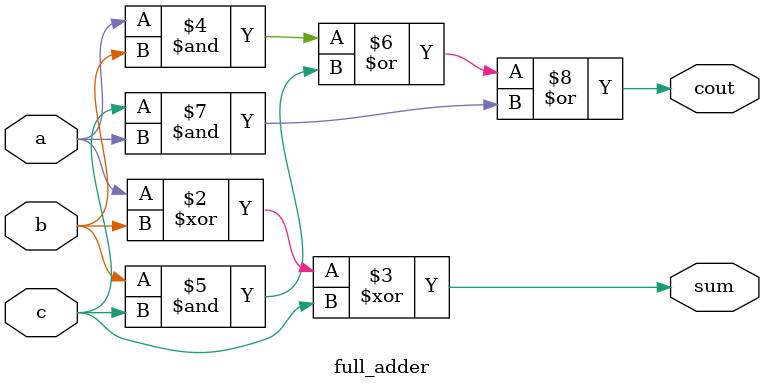
<source format=v>
`timescale 1ns / 1ps

module normal(a,b,m,v,sum,cot);
input [3:0] a;
input [3:0] b;
input m;
output [3:0] sum;
output v;
output cot;
wire c1,c2,c3;
wire m0,m1,m2,m3;
assign m0 = m^b[0];
assign m1 = m^b[1];
assign m2 = m^b[2];
assign m3 = m^b[3];

full_adder full_adder0(.a(a[0]),.b(m0),.c(m),.sum(sum[0]),.cout(c1));
full_adder full_adder1(.a(a[1]),.b(m1),.c(c1),.sum(sum[1]),.cout(c2));
full_adder full_adder2(.a(a[2]),.b(m2),.c(c2),.sum(sum[2]),.cout(c3));
full_adder full_adder3(.a(a[3]),.b(m3),.c(c3),.sum(sum[3]),.cout(cot));
assign v = cot^c3;

endmodule

module full_adder(a,b,c,sum,cout);
input a,b,c;
output reg sum,cout;
always @(*)
begin
sum = a^b^c;
cout = (a&b|b&c|c&a);
end
endmodule

</source>
